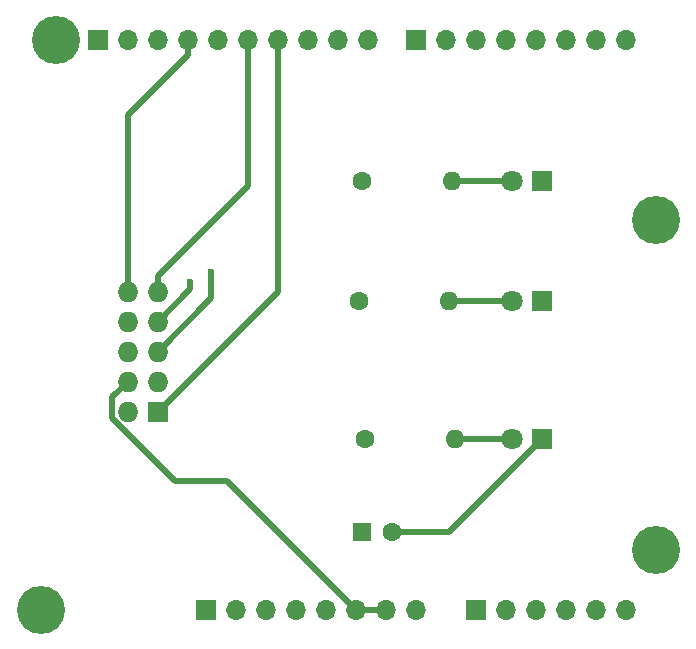
<source format=gbr>
G04 #@! TF.GenerationSoftware,KiCad,Pcbnew,5.1.4-3.fc30*
G04 #@! TF.CreationDate,2019-09-14T16:13:18+02:00*
G04 #@! TF.ProjectId,avr_prog_uno_shiled,6176725f-7072-46f6-975f-756e6f5f7368,1.0*
G04 #@! TF.SameCoordinates,Original*
G04 #@! TF.FileFunction,Copper,L1,Top*
G04 #@! TF.FilePolarity,Positive*
%FSLAX46Y46*%
G04 Gerber Fmt 4.6, Leading zero omitted, Abs format (unit mm)*
G04 Created by KiCad (PCBNEW 5.1.4-3.fc30) date 2019-09-14 16:13:18*
%MOMM*%
%LPD*%
G04 APERTURE LIST*
%ADD10O,1.727200X1.727200*%
%ADD11R,1.727200X1.727200*%
%ADD12O,1.700000X1.700000*%
%ADD13R,1.700000X1.700000*%
%ADD14C,1.600000*%
%ADD15R,1.600000X1.600000*%
%ADD16C,4.064000*%
%ADD17R,1.800000X1.800000*%
%ADD18C,1.800000*%
%ADD19O,1.600000X1.600000*%
%ADD20C,0.600000*%
%ADD21C,0.500000*%
G04 APERTURE END LIST*
D10*
X132334000Y-96901000D03*
X134874000Y-96901000D03*
X132334000Y-99441000D03*
X134874000Y-99441000D03*
X132334000Y-101981000D03*
X134874000Y-101981000D03*
X132334000Y-104521000D03*
X134874000Y-104521000D03*
X132334000Y-107061000D03*
D11*
X134874000Y-107061000D03*
D12*
X174498000Y-75565000D03*
X171958000Y-75565000D03*
X169418000Y-75565000D03*
X166878000Y-75565000D03*
X164338000Y-75565000D03*
X161798000Y-75565000D03*
X159258000Y-75565000D03*
D13*
X156718000Y-75565000D03*
D12*
X152654000Y-75565000D03*
X150114000Y-75565000D03*
X147574000Y-75565000D03*
X145034000Y-75565000D03*
X142494000Y-75565000D03*
X139954000Y-75565000D03*
X137414000Y-75565000D03*
X134874000Y-75565000D03*
X132334000Y-75565000D03*
D13*
X129794000Y-75565000D03*
D12*
X174498000Y-123825000D03*
X171958000Y-123825000D03*
X169418000Y-123825000D03*
X166878000Y-123825000D03*
X164338000Y-123825000D03*
D13*
X161798000Y-123825000D03*
D12*
X156718000Y-123825000D03*
X154178000Y-123825000D03*
X151638000Y-123825000D03*
X149098000Y-123825000D03*
X146558000Y-123825000D03*
X144018000Y-123825000D03*
X141478000Y-123825000D03*
D13*
X138938000Y-123825000D03*
D14*
X154686000Y-117221000D03*
D15*
X152186000Y-117221000D03*
D16*
X124968000Y-123825000D03*
X177038000Y-118745000D03*
X126238000Y-75565000D03*
X177038000Y-90805000D03*
D17*
X167386000Y-109347000D03*
D18*
X164846000Y-109347000D03*
X164846000Y-97663000D03*
D17*
X167386000Y-97663000D03*
X167386000Y-87503000D03*
D18*
X164846000Y-87503000D03*
D14*
X152400000Y-109347000D03*
D19*
X160020000Y-109347000D03*
X159512000Y-97663000D03*
D14*
X151892000Y-97663000D03*
X152146000Y-87503000D03*
D19*
X159766000Y-87503000D03*
D20*
X137647100Y-96111800D03*
X139375100Y-95232700D03*
D21*
X151638000Y-123825000D02*
X140784200Y-112971200D01*
X140784200Y-112971200D02*
X136383400Y-112971200D01*
X136383400Y-112971200D02*
X131020000Y-107607800D01*
X131020000Y-107607800D02*
X131020000Y-105835000D01*
X131020000Y-105835000D02*
X132334000Y-104521000D01*
X151638000Y-123825000D02*
X154178000Y-123825000D01*
X137414000Y-75565000D02*
X137414000Y-76865300D01*
X137414000Y-76865300D02*
X132334000Y-81945300D01*
X132334000Y-81945300D02*
X132334000Y-96901000D01*
X167386000Y-109347000D02*
X159512000Y-117221000D01*
X159512000Y-117221000D02*
X154686000Y-117221000D01*
X134874000Y-99441000D02*
X137647100Y-96667900D01*
X137647100Y-96667900D02*
X137647100Y-96111800D01*
X142494000Y-75565000D02*
X142494000Y-87967100D01*
X142494000Y-87967100D02*
X134874000Y-95587100D01*
X134874000Y-96901000D02*
X134874000Y-95587100D01*
X160020000Y-109347000D02*
X164846000Y-109347000D01*
X159512000Y-97663000D02*
X164846000Y-97663000D01*
X159766000Y-87503000D02*
X164846000Y-87503000D01*
X145034000Y-75565000D02*
X145034000Y-96901000D01*
X145034000Y-96901000D02*
X134874000Y-107061000D01*
X139375100Y-95232700D02*
X139375100Y-97479900D01*
X139375100Y-97479900D02*
X134874000Y-101981000D01*
M02*

</source>
